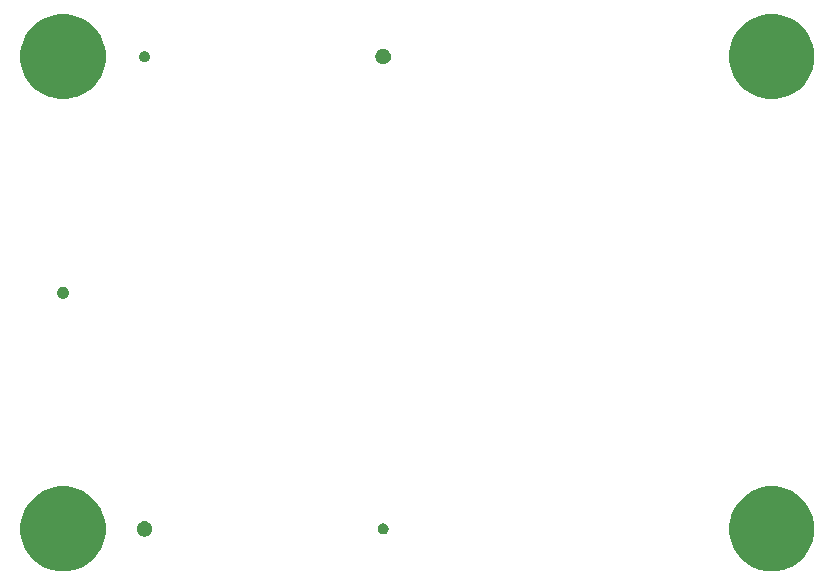
<source format=gbs>
From e1753aa3e0994796d0db7c77f835b1439eb1f3e5 Mon Sep 17 00:00:00 2001
From: jaseg <git-bigdata-wsl-arch@jaseg.de>
Date: Wed, 17 Feb 2021 20:05:32 +0100
Subject: v0.3

---
 .../gerber.out/frontend_board-B.Mask.gbs           | 413 ---------------------
 1 file changed, 413 deletions(-)
 delete mode 100644 frontend_board/gerber.out/frontend_board-B.Mask.gbs

(limited to 'frontend_board/gerber.out/frontend_board-B.Mask.gbs')

diff --git a/frontend_board/gerber.out/frontend_board-B.Mask.gbs b/frontend_board/gerber.out/frontend_board-B.Mask.gbs
deleted file mode 100644
index d0040f8..0000000
--- a/frontend_board/gerber.out/frontend_board-B.Mask.gbs
+++ /dev/null
@@ -1,413 +0,0 @@
-G04 #@! TF.GenerationSoftware,KiCad,Pcbnew,(5.0.1)*
-G04 #@! TF.CreationDate,2018-11-27T11:23:15+09:00*
-G04 #@! TF.ProjectId,frontend_board,66726F6E74656E645F626F6172642E6B,rev?*
-G04 #@! TF.SameCoordinates,Original*
-G04 #@! TF.FileFunction,Soldermask,Bot*
-G04 #@! TF.FilePolarity,Negative*
-%FSLAX46Y46*%
-G04 Gerber Fmt 4.6, Leading zero omitted, Abs format (unit mm)*
-G04 Created by KiCad (PCBNEW (5.0.1)) date Tue Nov 27 11:23:15 2018*
-%MOMM*%
-%LPD*%
-G01*
-G04 APERTURE LIST*
-%ADD10C,0.100000*%
-G04 APERTURE END LIST*
-D10*
-G36*
-X116050079Y-131538345D02*
-X116050082Y-131538346D01*
-X116050081Y-131538346D01*
-X116705240Y-131809721D01*
-X117292205Y-132201919D01*
-X117294869Y-132203699D01*
-X117796301Y-132705131D01*
-X117796303Y-132705134D01*
-X118190279Y-133294760D01*
-X118421912Y-133853974D01*
-X118461655Y-133949921D01*
-X118600000Y-134645429D01*
-X118600000Y-135354571D01*
-X118461655Y-136050079D01*
-X118461654Y-136050081D01*
-X118190279Y-136705240D01*
-X117798081Y-137292205D01*
-X117796301Y-137294869D01*
-X117294869Y-137796301D01*
-X117294866Y-137796303D01*
-X116705240Y-138190279D01*
-X116146026Y-138421912D01*
-X116050079Y-138461655D01*
-X115354571Y-138600000D01*
-X114645429Y-138600000D01*
-X113949921Y-138461655D01*
-X113853974Y-138421912D01*
-X113294760Y-138190279D01*
-X112705134Y-137796303D01*
-X112705131Y-137796301D01*
-X112203699Y-137294869D01*
-X112201919Y-137292205D01*
-X111809721Y-136705240D01*
-X111538346Y-136050081D01*
-X111538345Y-136050079D01*
-X111400000Y-135354571D01*
-X111400000Y-134645429D01*
-X111538345Y-133949921D01*
-X111578088Y-133853974D01*
-X111809721Y-133294760D01*
-X112203697Y-132705134D01*
-X112203699Y-132705131D01*
-X112705131Y-132203699D01*
-X112707795Y-132201919D01*
-X113294760Y-131809721D01*
-X113949919Y-131538346D01*
-X113949918Y-131538346D01*
-X113949921Y-131538345D01*
-X114645429Y-131400000D01*
-X115354571Y-131400000D01*
-X116050079Y-131538345D01*
-X116050079Y-131538345D01*
-G37*
-G36*
-X176050079Y-131538345D02*
-X176050082Y-131538346D01*
-X176050081Y-131538346D01*
-X176705240Y-131809721D01*
-X177292205Y-132201919D01*
-X177294869Y-132203699D01*
-X177796301Y-132705131D01*
-X177796303Y-132705134D01*
-X178190279Y-133294760D01*
-X178421912Y-133853974D01*
-X178461655Y-133949921D01*
-X178600000Y-134645429D01*
-X178600000Y-135354571D01*
-X178461655Y-136050079D01*
-X178461654Y-136050081D01*
-X178190279Y-136705240D01*
-X177798081Y-137292205D01*
-X177796301Y-137294869D01*
-X177294869Y-137796301D01*
-X177294866Y-137796303D01*
-X176705240Y-138190279D01*
-X176146026Y-138421912D01*
-X176050079Y-138461655D01*
-X175354571Y-138600000D01*
-X174645429Y-138600000D01*
-X173949921Y-138461655D01*
-X173853974Y-138421912D01*
-X173294760Y-138190279D01*
-X172705134Y-137796303D01*
-X172705131Y-137796301D01*
-X172203699Y-137294869D01*
-X172201919Y-137292205D01*
-X171809721Y-136705240D01*
-X171538346Y-136050081D01*
-X171538345Y-136050079D01*
-X171400000Y-135354571D01*
-X171400000Y-134645429D01*
-X171538345Y-133949921D01*
-X171578088Y-133853974D01*
-X171809721Y-133294760D01*
-X172203697Y-132705134D01*
-X172203699Y-132705131D01*
-X172705131Y-132203699D01*
-X172707795Y-132201919D01*
-X173294760Y-131809721D01*
-X173949919Y-131538346D01*
-X173949918Y-131538346D01*
-X173949921Y-131538345D01*
-X174645429Y-131400000D01*
-X175354571Y-131400000D01*
-X176050079Y-131538345D01*
-X176050079Y-131538345D01*
-G37*
-G36*
-X122092514Y-134365363D02*
-X122212627Y-134415116D01*
-X122320726Y-134487345D01*
-X122412655Y-134579274D01*
-X122484884Y-134687373D01*
-X122534637Y-134807486D01*
-X122560000Y-134934994D01*
-X122560000Y-135065006D01*
-X122534637Y-135192514D01*
-X122484884Y-135312627D01*
-X122412655Y-135420726D01*
-X122320726Y-135512655D01*
-X122212627Y-135584884D01*
-X122092514Y-135634637D01*
-X121965006Y-135660000D01*
-X121834994Y-135660000D01*
-X121707486Y-135634637D01*
-X121587373Y-135584884D01*
-X121479274Y-135512655D01*
-X121387345Y-135420726D01*
-X121315116Y-135312627D01*
-X121265363Y-135192514D01*
-X121240000Y-135065006D01*
-X121240000Y-134934994D01*
-X121265363Y-134807486D01*
-X121315116Y-134687373D01*
-X121387345Y-134579274D01*
-X121479274Y-134487345D01*
-X121587373Y-134415116D01*
-X121707486Y-134365363D01*
-X121834994Y-134340000D01*
-X121965006Y-134340000D01*
-X122092514Y-134365363D01*
-X122092514Y-134365363D01*
-G37*
-G36*
-X142234177Y-134557677D02*
-X142317892Y-134592352D01*
-X142393236Y-134642696D01*
-X142457304Y-134706764D01*
-X142507648Y-134782108D01*
-X142542323Y-134865823D01*
-X142560000Y-134954692D01*
-X142560000Y-135045308D01*
-X142542323Y-135134177D01*
-X142507648Y-135217892D01*
-X142457304Y-135293236D01*
-X142393236Y-135357304D01*
-X142317892Y-135407648D01*
-X142234177Y-135442323D01*
-X142145308Y-135460000D01*
-X142054692Y-135460000D01*
-X141965823Y-135442323D01*
-X141882108Y-135407648D01*
-X141806764Y-135357304D01*
-X141742696Y-135293236D01*
-X141692352Y-135217892D01*
-X141657677Y-135134177D01*
-X141640000Y-135045308D01*
-X141640000Y-134954692D01*
-X141657677Y-134865823D01*
-X141692352Y-134782108D01*
-X141742696Y-134706764D01*
-X141806764Y-134642696D01*
-X141882108Y-134592352D01*
-X141965823Y-134557677D01*
-X142054692Y-134540000D01*
-X142145308Y-134540000D01*
-X142234177Y-134557677D01*
-X142234177Y-134557677D01*
-G37*
-G36*
-X115148762Y-114509599D02*
-X115241576Y-114548044D01*
-X115325106Y-114603857D01*
-X115396143Y-114674894D01*
-X115451956Y-114758424D01*
-X115490401Y-114851238D01*
-X115510000Y-114949769D01*
-X115510000Y-115050231D01*
-X115490401Y-115148762D01*
-X115451956Y-115241576D01*
-X115396143Y-115325106D01*
-X115325106Y-115396143D01*
-X115241576Y-115451956D01*
-X115148762Y-115490401D01*
-X115050231Y-115510000D01*
-X114949769Y-115510000D01*
-X114851238Y-115490401D01*
-X114758424Y-115451956D01*
-X114674894Y-115396143D01*
-X114603857Y-115325106D01*
-X114548044Y-115241576D01*
-X114509599Y-115148762D01*
-X114490000Y-115050231D01*
-X114490000Y-114949769D01*
-X114509599Y-114851238D01*
-X114548044Y-114758424D01*
-X114603857Y-114674894D01*
-X114674894Y-114603857D01*
-X114758424Y-114548044D01*
-X114851238Y-114509599D01*
-X114949769Y-114490000D01*
-X115050231Y-114490000D01*
-X115148762Y-114509599D01*
-X115148762Y-114509599D01*
-G37*
-G36*
-X176050079Y-91538345D02*
-X176050082Y-91538346D01*
-X176050081Y-91538346D01*
-X176705240Y-91809721D01*
-X177292205Y-92201919D01*
-X177294869Y-92203699D01*
-X177796301Y-92705131D01*
-X177796303Y-92705134D01*
-X178190279Y-93294760D01*
-X178421912Y-93853974D01*
-X178461655Y-93949921D01*
-X178600000Y-94645429D01*
-X178600000Y-95354571D01*
-X178461655Y-96050079D01*
-X178461654Y-96050081D01*
-X178190279Y-96705240D01*
-X177798081Y-97292205D01*
-X177796301Y-97294869D01*
-X177294869Y-97796301D01*
-X177294866Y-97796303D01*
-X176705240Y-98190279D01*
-X176146026Y-98421912D01*
-X176050079Y-98461655D01*
-X175354571Y-98600000D01*
-X174645429Y-98600000D01*
-X173949921Y-98461655D01*
-X173853974Y-98421912D01*
-X173294760Y-98190279D01*
-X172705134Y-97796303D01*
-X172705131Y-97796301D01*
-X172203699Y-97294869D01*
-X172201919Y-97292205D01*
-X171809721Y-96705240D01*
-X171538346Y-96050081D01*
-X171538345Y-96050079D01*
-X171400000Y-95354571D01*
-X171400000Y-94645429D01*
-X171538345Y-93949921D01*
-X171578088Y-93853974D01*
-X171809721Y-93294760D01*
-X172203697Y-92705134D01*
-X172203699Y-92705131D01*
-X172705131Y-92203699D01*
-X172707795Y-92201919D01*
-X173294760Y-91809721D01*
-X173949919Y-91538346D01*
-X173949918Y-91538346D01*
-X173949921Y-91538345D01*
-X174645429Y-91400000D01*
-X175354571Y-91400000D01*
-X176050079Y-91538345D01*
-X176050079Y-91538345D01*
-G37*
-G36*
-X116050079Y-91538345D02*
-X116050082Y-91538346D01*
-X116050081Y-91538346D01*
-X116705240Y-91809721D01*
-X117292205Y-92201919D01*
-X117294869Y-92203699D01*
-X117796301Y-92705131D01*
-X117796303Y-92705134D01*
-X118190279Y-93294760D01*
-X118421912Y-93853974D01*
-X118461655Y-93949921D01*
-X118600000Y-94645429D01*
-X118600000Y-95354571D01*
-X118461655Y-96050079D01*
-X118461654Y-96050081D01*
-X118190279Y-96705240D01*
-X117798081Y-97292205D01*
-X117796301Y-97294869D01*
-X117294869Y-97796301D01*
-X117294866Y-97796303D01*
-X116705240Y-98190279D01*
-X116146026Y-98421912D01*
-X116050079Y-98461655D01*
-X115354571Y-98600000D01*
-X114645429Y-98600000D01*
-X113949921Y-98461655D01*
-X113853974Y-98421912D01*
-X113294760Y-98190279D01*
-X112705134Y-97796303D01*
-X112705131Y-97796301D01*
-X112203699Y-97294869D01*
-X112201919Y-97292205D01*
-X111809721Y-96705240D01*
-X111538346Y-96050081D01*
-X111538345Y-96050079D01*
-X111400000Y-95354571D01*
-X111400000Y-94645429D01*
-X111538345Y-93949921D01*
-X111578088Y-93853974D01*
-X111809721Y-93294760D01*
-X112203697Y-92705134D01*
-X112203699Y-92705131D01*
-X112705131Y-92203699D01*
-X112707795Y-92201919D01*
-X113294760Y-91809721D01*
-X113949919Y-91538346D01*
-X113949918Y-91538346D01*
-X113949921Y-91538345D01*
-X114645429Y-91400000D01*
-X115354571Y-91400000D01*
-X116050079Y-91538345D01*
-X116050079Y-91538345D01*
-G37*
-G36*
-X142292514Y-94365363D02*
-X142412627Y-94415116D01*
-X142520726Y-94487345D01*
-X142612655Y-94579274D01*
-X142684884Y-94687373D01*
-X142734637Y-94807486D01*
-X142760000Y-94934994D01*
-X142760000Y-95065006D01*
-X142734637Y-95192514D01*
-X142684884Y-95312627D01*
-X142612655Y-95420726D01*
-X142520726Y-95512655D01*
-X142412627Y-95584884D01*
-X142292514Y-95634637D01*
-X142165006Y-95660000D01*
-X142034994Y-95660000D01*
-X141907486Y-95634637D01*
-X141787373Y-95584884D01*
-X141679274Y-95512655D01*
-X141587345Y-95420726D01*
-X141515116Y-95312627D01*
-X141465363Y-95192514D01*
-X141440000Y-95065006D01*
-X141440000Y-94934994D01*
-X141465363Y-94807486D01*
-X141515116Y-94687373D01*
-X141587345Y-94579274D01*
-X141679274Y-94487345D01*
-X141787373Y-94415116D01*
-X141907486Y-94365363D01*
-X142034994Y-94340000D01*
-X142165006Y-94340000D01*
-X142292514Y-94365363D01*
-X142292514Y-94365363D01*
-G37*
-G36*
-X122034177Y-94557677D02*
-X122117892Y-94592352D01*
-X122193236Y-94642696D01*
-X122257304Y-94706764D01*
-X122307648Y-94782108D01*
-X122342323Y-94865823D01*
-X122360000Y-94954692D01*
-X122360000Y-95045308D01*
-X122342323Y-95134177D01*
-X122307648Y-95217892D01*
-X122257304Y-95293236D01*
-X122193236Y-95357304D01*
-X122117892Y-95407648D01*
-X122034177Y-95442323D01*
-X121945308Y-95460000D01*
-X121854692Y-95460000D01*
-X121765823Y-95442323D01*
-X121682108Y-95407648D01*
-X121606764Y-95357304D01*
-X121542696Y-95293236D01*
-X121492352Y-95217892D01*
-X121457677Y-95134177D01*
-X121440000Y-95045308D01*
-X121440000Y-94954692D01*
-X121457677Y-94865823D01*
-X121492352Y-94782108D01*
-X121542696Y-94706764D01*
-X121606764Y-94642696D01*
-X121682108Y-94592352D01*
-X121765823Y-94557677D01*
-X121854692Y-94540000D01*
-X121945308Y-94540000D01*
-X122034177Y-94557677D01*
-X122034177Y-94557677D01*
-G37*
-M02*
-- 
cgit 


</source>
